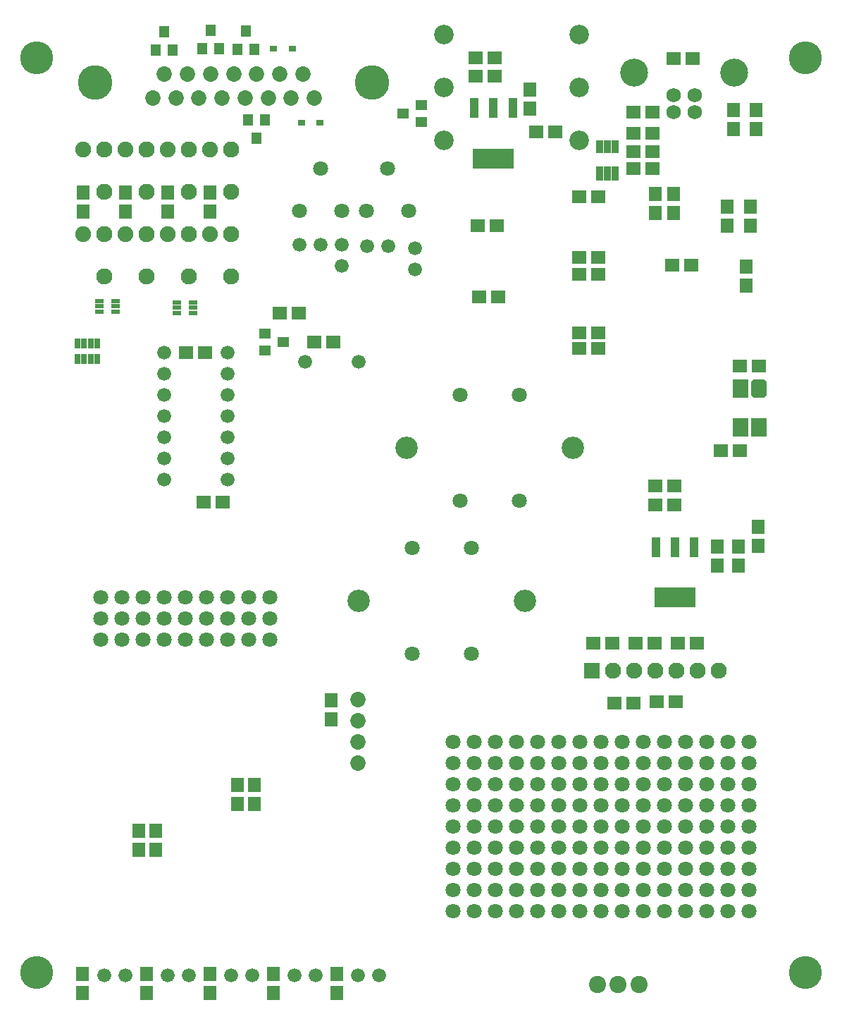
<source format=gbr>
G04 DesignSpark PCB Gerber Version 9.0 Build 5138 *
G04 #@! TF.Part,Single*
G04 #@! TF.FileFunction,Soldermask,Bot *
G04 #@! TF.FilePolarity,Negative *
%FSLAX35Y35*%
%MOIN*%
G04 #@! TA.AperFunction,SMDPad,CuDef*
%ADD173R,0.02765X0.04931*%
%ADD85R,0.03710X0.06309*%
%ADD86R,0.03710X0.07096*%
%ADD87R,0.04183X0.09498*%
%ADD95R,0.04600X0.05400*%
%ADD83R,0.06100X0.06600*%
%ADD90R,0.07293X0.08868*%
G04 #@! TA.AperFunction,ComponentPad*
%ADD165R,0.07600X0.07600*%
%ADD89C,0.06600*%
%ADD151C,0.06899*%
G04 #@! TA.AperFunction,WasherPad*
%ADD150C,0.07100*%
G04 #@! TA.AperFunction,ComponentPad*
%ADD168C,0.07293*%
%ADD167C,0.07490*%
%ADD166C,0.07600*%
%ADD92C,0.08100*%
%ADD170C,0.09261*%
%ADD97C,0.10600*%
%ADD152C,0.13198*%
G04 #@! TA.AperFunction,SMDPad,CuDef*
%ADD93R,0.03986X0.02175*%
%ADD96R,0.03710X0.02765*%
%ADD94R,0.05400X0.04600*%
%ADD84R,0.06600X0.06100*%
%AMT91*0 Chamfered Rectangle Pad at angle 0*4,1,8,-0.02289,-0.04434,0.02289,-0.04434,0.03646,-0.03076,0.03646,0.03076,0.02289,0.04434,-0.02289,0.04434,-0.03646,0.03076,-0.03646,-0.03076,-0.02289,-0.04434,0*%
%ADD91T91*%
G04 #@! TA.AperFunction,WasherPad*
%ADD82C,0.15600*%
G04 #@! TA.AperFunction,ComponentPad*
%ADD169C,0.16348*%
G04 #@! TA.AperFunction,SMDPad,CuDef*
%ADD88R,0.19576X0.09498*%
X0Y0D02*
D02*
D82*
X19500Y123974D03*
Y556374D03*
X383200Y123974D03*
Y556374D03*
D02*
D83*
X41095Y114482D03*
Y123482D03*
X41701Y483574D03*
Y492574D03*
X61701Y483574D03*
Y492574D03*
X68000Y182074D03*
Y191074D03*
X71495Y114482D03*
Y123482D03*
X76000Y182074D03*
Y191074D03*
X81701Y483574D03*
Y492574D03*
X101495Y114482D03*
Y123482D03*
X101701Y483574D03*
Y492574D03*
X114500Y203574D03*
Y212574D03*
X122500Y203574D03*
Y212574D03*
X131495Y114482D03*
Y123482D03*
X159000Y243574D03*
Y252574D03*
X161495Y114482D03*
Y123482D03*
X252904Y532475D03*
Y541475D03*
X312380Y483116D03*
Y492116D03*
X320880Y483116D03*
Y492116D03*
X341630Y316200D03*
Y325200D03*
X346380Y477074D03*
Y486074D03*
X349380Y522574D03*
Y531574D03*
X351630Y316200D03*
Y325200D03*
X355209Y448574D03*
Y457574D03*
X357246Y477074D03*
Y486074D03*
X359988Y522574D03*
Y531574D03*
X360994Y325665D03*
Y334665D03*
D02*
D84*
X90328Y417013D03*
X98451Y346410D03*
X99328Y417013D03*
X107451Y346410D03*
X134689Y435757D03*
X143689D03*
X150934Y422011D03*
X159934D03*
X227160Y547594D03*
Y556344D03*
X228380Y476994D03*
X228880Y443255D03*
X236160Y547594D03*
Y556344D03*
X237380Y476994D03*
X237880Y443255D03*
X255901Y521355D03*
X264901D03*
X276201Y418887D03*
Y454080D03*
Y461999D03*
X276326Y426385D03*
X276380Y490574D03*
X282769Y279683D03*
X285201Y418887D03*
Y454080D03*
Y461999D03*
X285326Y426385D03*
X285380Y490574D03*
X291769Y279683D03*
X292769Y251440D03*
X301769D03*
X301880Y520574D03*
Y530574D03*
X302000Y504074D03*
Y512074D03*
X302769Y279683D03*
X310880Y520574D03*
Y530574D03*
X311000Y504074D03*
Y512074D03*
X311769Y279683D03*
X312380Y345074D03*
Y353824D03*
X312769Y252065D03*
X320257Y458451D03*
X320880Y556074D03*
X321380Y345074D03*
Y353824D03*
X321769Y252065D03*
X322769Y279683D03*
X329257Y458451D03*
X329880Y556074D03*
X331769Y279683D03*
X343374Y370778D03*
X352374D03*
X352380Y410574D03*
X361380D03*
D02*
D85*
X285760Y514432D03*
X289500D03*
X293240D03*
D02*
D86*
X285760Y501716D03*
X289500D03*
X293240D03*
D02*
D87*
X226637Y532504D03*
X235692D03*
X244747D03*
X312575Y325110D03*
X321630D03*
X330685D03*
D02*
D88*
X235692Y508685D03*
X321630Y301291D03*
D02*
D89*
X51495Y122726D03*
X61495D03*
X79828Y357022D03*
Y367022D03*
Y377022D03*
Y387022D03*
Y397022D03*
Y407022D03*
Y417022D03*
X81495Y122726D03*
X91495D03*
X109828Y357022D03*
Y367022D03*
Y377022D03*
Y387022D03*
Y397022D03*
Y407022D03*
Y417022D03*
X111495Y122726D03*
X121495D03*
X141495D03*
X144000Y468074D03*
X146388Y412639D03*
X151495Y122726D03*
X154000Y468074D03*
X164000Y458074D03*
Y468074D03*
X171495Y122726D03*
X171978Y412639D03*
X175930Y467482D03*
X181495Y122726D03*
X185930Y467482D03*
X198546Y456368D03*
Y466368D03*
D02*
D90*
X352549Y381716D03*
Y399826D03*
X361211Y381716D03*
D02*
D91*
Y399826D03*
D02*
D92*
X284765Y118360D03*
X294608D03*
X304450D03*
D02*
D93*
X49148Y436300D03*
Y438859D03*
Y441418D03*
X56785Y436300D03*
Y438859D03*
Y441418D03*
X86011Y435697D03*
Y438256D03*
Y440815D03*
X93649Y435697D03*
Y438256D03*
Y440815D03*
D02*
D94*
X127392Y418011D03*
Y426011D03*
X136092Y422011D03*
X192896Y530102D03*
X201596Y526102D03*
Y534102D03*
D02*
D95*
X76000Y560024D03*
X80000Y568724D03*
X84000Y560024D03*
X98000Y560774D03*
X102000Y569474D03*
X106000Y560774D03*
X114571Y560274D03*
X118571Y568974D03*
X119569Y526905D03*
X122571Y560274D03*
X123569Y518205D03*
X127569Y526905D03*
D02*
D96*
X131715Y560718D03*
X140416D03*
X144836Y525729D03*
X153537D03*
D02*
D97*
X172004Y299558D03*
X194497Y372035D03*
X250604Y299558D03*
X273097Y372035D03*
D02*
D150*
X49827Y281428D03*
Y291428D03*
Y301428D03*
X59827Y281428D03*
Y291428D03*
Y301428D03*
X69827Y281428D03*
Y291428D03*
Y301428D03*
X79827Y281428D03*
Y291428D03*
Y301428D03*
X89827Y281428D03*
Y291428D03*
Y301428D03*
X99827Y281428D03*
Y291428D03*
Y301428D03*
X109827Y281428D03*
Y291428D03*
Y301428D03*
X119827Y281428D03*
Y291428D03*
Y301428D03*
X129827Y281428D03*
Y291428D03*
Y301428D03*
X144000Y483865D03*
X154000Y503865D03*
X164000Y483865D03*
X175425D03*
X185425Y503865D03*
X195425Y483865D03*
X197304Y274558D03*
Y324558D03*
X216500Y153074D03*
Y163074D03*
Y173074D03*
Y183074D03*
Y193074D03*
Y203074D03*
Y213074D03*
Y223074D03*
Y233074D03*
X219797Y347035D03*
Y397035D03*
X225304Y274558D03*
Y324558D03*
X226500Y153074D03*
Y163074D03*
Y173074D03*
Y183074D03*
Y193074D03*
Y203074D03*
Y213074D03*
Y223074D03*
Y233074D03*
X236500Y153074D03*
Y163074D03*
Y173074D03*
Y183074D03*
Y193074D03*
Y203074D03*
Y213074D03*
Y223074D03*
Y233074D03*
X246500Y153074D03*
Y163074D03*
Y173074D03*
Y183074D03*
Y193074D03*
Y203074D03*
Y213074D03*
Y223074D03*
Y233074D03*
X247797Y347035D03*
Y397035D03*
X256500Y153074D03*
Y163074D03*
Y173074D03*
Y183074D03*
Y193074D03*
Y203074D03*
Y213074D03*
Y223074D03*
Y233074D03*
X266500Y153074D03*
Y163074D03*
Y173074D03*
Y183074D03*
Y193074D03*
Y203074D03*
Y213074D03*
Y223074D03*
Y233074D03*
X276500Y153074D03*
Y163074D03*
Y173074D03*
Y183074D03*
Y193074D03*
Y203074D03*
Y213074D03*
Y223074D03*
Y233074D03*
X286500Y153074D03*
Y163074D03*
Y173074D03*
Y183074D03*
Y193074D03*
Y203074D03*
Y213074D03*
Y223074D03*
Y233074D03*
X296500Y153074D03*
Y163074D03*
Y173074D03*
Y183074D03*
Y193074D03*
Y203074D03*
Y213074D03*
Y223074D03*
Y233074D03*
X306500Y153074D03*
Y163074D03*
Y173074D03*
Y183074D03*
Y193074D03*
Y203074D03*
Y213074D03*
Y223074D03*
Y233074D03*
X316500Y153074D03*
Y163074D03*
Y173074D03*
Y183074D03*
Y193074D03*
Y203074D03*
Y213074D03*
Y223074D03*
Y233074D03*
X326500Y153074D03*
Y163074D03*
Y173074D03*
Y183074D03*
Y193074D03*
Y203074D03*
Y213074D03*
Y223074D03*
Y233074D03*
X336500Y153074D03*
Y163074D03*
Y173074D03*
Y183074D03*
Y193074D03*
Y203074D03*
Y213074D03*
Y223074D03*
Y233074D03*
X346500Y153074D03*
Y163074D03*
Y173074D03*
Y183074D03*
Y193074D03*
Y203074D03*
Y213074D03*
Y223074D03*
Y233074D03*
X356500Y153074D03*
Y163074D03*
Y173074D03*
Y183074D03*
Y193074D03*
Y203074D03*
Y213074D03*
Y223074D03*
Y233074D03*
D02*
D151*
X320959Y530637D03*
Y538511D03*
X330801Y530637D03*
Y538511D03*
D02*
D152*
X302179Y549180D03*
X349581D03*
D02*
D165*
X282269Y266562D03*
D02*
D166*
X51701Y453074D03*
Y473074D03*
Y493074D03*
Y513074D03*
X71701Y453074D03*
Y473074D03*
Y493074D03*
Y513074D03*
X91701Y453074D03*
Y473074D03*
Y493074D03*
Y513074D03*
X111701Y453074D03*
Y473074D03*
Y493074D03*
Y513074D03*
X292269Y266562D03*
X302269D03*
X312269D03*
X322269D03*
X332269D03*
X342269D03*
D02*
D167*
X41701Y473074D03*
Y513074D03*
X51701Y473074D03*
Y513074D03*
X61701Y473074D03*
Y513074D03*
X71701Y473074D03*
Y513074D03*
X81701Y473074D03*
Y513074D03*
X91701Y473074D03*
Y513074D03*
X101701Y473074D03*
Y513074D03*
X111701Y473074D03*
Y513074D03*
D02*
D168*
X74563Y537448D03*
X80016Y548629D03*
X85469Y537448D03*
X90921Y548629D03*
X96374Y537448D03*
X101827Y548629D03*
X107280Y537448D03*
X112732Y548629D03*
X118185Y537448D03*
X123638Y548629D03*
X129091Y537448D03*
X134543Y548629D03*
X139996Y537448D03*
X145449Y548629D03*
X150902Y537448D03*
X171500Y223074D03*
Y233074D03*
Y243074D03*
Y253074D03*
D02*
D169*
X47181Y544613D03*
X178283D03*
D02*
D170*
X212308Y517237D03*
Y542237D03*
Y567237D03*
X276206Y517237D03*
Y542237D03*
Y567237D03*
D02*
D173*
X38870Y414094D03*
Y421181D03*
X42020Y414094D03*
Y421181D03*
X45169Y414094D03*
Y421181D03*
X48319Y414094D03*
Y421181D03*
X0Y0D02*
M02*

</source>
